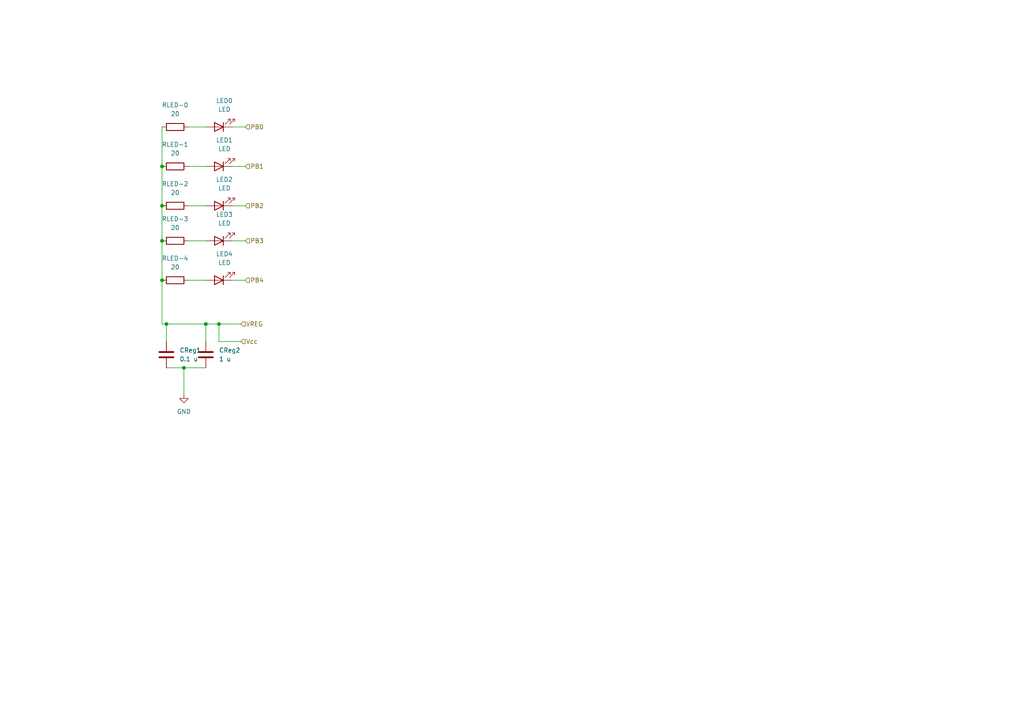
<source format=kicad_sch>
(kicad_sch (version 20231120) (generator "eeschema") (generator_version "8.0")
  (paper "A4")
  (lib_symbols
    (symbol "Device:C" (pin_numbers hide) (pin_names (offset 0.254))
      (property "Reference" "C" (at 0.635 2.54 0))
      (property "Value" "C" (at 0.635 -2.54 0))
      (symbol "C_0_1"
        (polyline (pts (xy -2.032 -0.762) (xy 2.032 -0.762)) (stroke (width 0.508)))
        (polyline (pts (xy -2.032 0.762) (xy 2.032 0.762)) (stroke (width 0.508)))
      )
      (symbol "C_1_1"
        (pin passive line (at 0 3.81 270) (length 2.794) (name "~") (number "1"))
        (pin passive line (at 0 -3.81 90) (length 2.794) (name "~") (number "2"))
      )
    )
    (symbol "Device:LED" (pin_numbers hide) (pin_names (offset 1.016) hide)
      (property "Reference" "D" (at 0 2.54 0))
      (property "Value" "LED" (at 0 -2.54 0))
      (symbol "LED_0_1"
        (polyline (pts (xy -1.27 -1.27) (xy -1.27 1.27)) (stroke (width 0.254)))
        (polyline (pts (xy -1.27 0) (xy 1.27 0)))
        (polyline (pts (xy 1.27 -1.27) (xy 1.27 1.27) (xy -1.27 0) (xy 1.27 -1.27)) (stroke (width 0.254)))
        (polyline (pts (xy -3.048 -0.762) (xy -4.572 -2.286) (xy -3.81 -2.286) (xy -4.572 -2.286) (xy -4.572 -1.524)))
        (polyline (pts (xy -1.778 -0.762) (xy -3.302 -2.286) (xy -2.54 -2.286) (xy -3.302 -2.286) (xy -3.302 -1.524)))
      )
      (symbol "LED_1_1"
        (pin passive line (at -3.81 0 0) (length 2.54) (name "K") (number "1"))
        (pin passive line (at 3.81 0 180) (length 2.54) (name "A") (number "2"))
      )
    )
    (symbol "Device:R" (pin_numbers hide) (pin_names (offset 0))
      (property "Reference" "R" (at 2.032 0 90))
      (property "Value" "R" (at 0 0 90))
      (symbol "R_0_1"
        (rectangle (start -1.016 -2.54) (end 1.016 2.54) (stroke (width 0.254)))
      )
      (symbol "R_1_1"
        (pin passive line (at 0 3.81 270) (length 1.27) (name "~") (number "1"))
        (pin passive line (at 0 -3.81 90) (length 1.27) (name "~") (number "2"))
      )
    )
    (symbol "power:GND" (power) (pin_names (offset 0))
      (property "Value" "GND" (at 0 -3.81 0))
      (symbol "GND_0_1"
        (polyline (pts (xy 0 0) (xy 0 -1.27) (xy 1.27 -1.27) (xy 0 -2.54) (xy -1.27 -1.27) (xy 0 -1.27)))
      )
      (symbol "GND_1_1"
        (pin power_in line (at 0 0 270) (length 0) hide (name "GND") (number "1"))
      )
    )
  )
  (junction (at 46.99 81.28))
  (junction (at 53.34 106.68))
  (junction (at 48.26 93.98))
  (junction (at 46.99 48.26))
  (junction (at 46.99 69.85))
  (junction (at 59.69 93.98))
  (junction (at 63.5 93.98))
  (junction (at 46.99 59.69))
  (wire (pts (xy 54.61 59.69) (xy 59.69 59.69)))
  (wire (pts (xy 63.5 99.06) (xy 63.5 93.98)))
  (wire (pts (xy 59.69 93.98) (xy 48.26 93.98)))
  (wire (pts (xy 69.85 93.98) (xy 63.5 93.98)))
  (wire (pts (xy 54.61 69.85) (xy 59.69 69.85)))
  (wire (pts (xy 48.26 93.98) (xy 48.26 99.06)))
  (wire (pts (xy 59.69 93.98) (xy 59.69 99.06)))
  (wire (pts (xy 69.85 99.06) (xy 63.5 99.06)))
  (wire (pts (xy 53.34 106.68) (xy 59.69 106.68)))
  (wire (pts (xy 54.61 36.83) (xy 59.69 36.83)))
  (wire (pts (xy 46.99 59.69) (xy 46.99 48.26)))
  (wire (pts (xy 46.99 48.26) (xy 46.99 36.83)))
  (wire (pts (xy 67.31 36.83) (xy 71.12 36.83)))
  (wire (pts (xy 46.99 69.85) (xy 46.99 59.69)))
  (wire (pts (xy 63.5 93.98) (xy 59.69 93.98)))
  (wire (pts (xy 67.31 48.26) (xy 71.12 48.26)))
  (wire (pts (xy 48.26 93.98) (xy 46.99 93.98)))
  (wire (pts (xy 53.34 106.68) (xy 53.34 114.3)))
  (wire (pts (xy 67.31 81.28) (xy 71.12 81.28)))
  (wire (pts (xy 48.26 106.68) (xy 53.34 106.68)))
  (wire (pts (xy 54.61 48.26) (xy 59.69 48.26)))
  (wire (pts (xy 67.31 69.85) (xy 71.12 69.85)))
  (wire (pts (xy 46.99 93.98) (xy 46.99 81.28)))
  (wire (pts (xy 54.61 81.28) (xy 59.69 81.28)))
  (wire (pts (xy 46.99 81.28) (xy 46.99 69.85)))
  (wire (pts (xy 67.31 59.69) (xy 71.12 59.69)))
  (hierarchical_label "PB0" (shape input) (at 71.12 36.83 0))
  (hierarchical_label "PB4" (shape input) (at 71.12 81.28 0))
  (hierarchical_label "VREG" (shape input) (at 69.85 93.98 0))
  (hierarchical_label "PB1" (shape input) (at 71.12 48.26 0))
  (hierarchical_label "Vcc" (shape input) (at 69.85 99.06 0))
  (hierarchical_label "PB3" (shape input) (at 71.12 69.85 0))
  (hierarchical_label "PB2" (shape input) (at 71.12 59.69 0))
  (symbol (lib_id "Device:R") (at 50.8 69.85 90) (unit 1)
    (property "Reference" "RLED-3" (at 50.8 63.5 90))
    (property "Value" "20" (at 50.8 66.04 90))
    (property "Description" "Resistor" (effects (hide yes)))
  )
  (symbol (lib_id "Device:LED") (at 63.5 59.69 180) (unit 1)
    (property "Reference" "LED2" (at 65.0875 52.07 0))
    (property "Value" "LED" (at 65.0875 54.61 0))
    (property "Description" "Light emitting diode" (effects (hide yes)))
  )
  (symbol (lib_id "Device:R") (at 50.8 36.83 90) (unit 1)
    (property "Reference" "RLED-0" (at 50.8 30.48 90))
    (property "Value" "20" (at 50.8 33.02 90))
    (property "Description" "Resistor" (effects (hide yes)))
  )
  (symbol (lib_id "Device:R") (at 50.8 59.69 90) (unit 1)
    (property "Reference" "RLED-2" (at 50.8 53.34 90))
    (property "Value" "20" (at 50.8 55.88 90))
    (property "Description" "Resistor" (effects (hide yes)))
  )
  (symbol (lib_id "Device:R") (at 50.8 81.28 90) (unit 1)
    (property "Reference" "RLED-4" (at 50.8 74.93 90))
    (property "Value" "20" (at 50.8 77.47 90))
    (property "Description" "Resistor" (effects (hide yes)))
  )
  (symbol (lib_id "Device:LED") (at 63.5 36.83 180) (unit 1)
    (property "Reference" "LED0" (at 65.0875 29.21 0))
    (property "Value" "LED" (at 65.0875 31.75 0))
    (property "Description" "Light emitting diode" (effects (hide yes)))
  )
  (symbol (lib_id "Device:C") (at 48.26 102.87 0) (unit 1)
    (property "Reference" "CReg1" (at 52.07 101.5999 0) (effects (justify left)))
    (property "Value" "0.1 u" (at 52.07 104.1399 0) (effects (justify left)))
    (property "Description" "Unpolarized capacitor" (effects (hide yes)))
  )
  (symbol (lib_id "Device:C") (at 59.69 102.87 0) (unit 1)
    (property "Reference" "CReg2" (at 63.5 101.5999 0) (effects (justify left)))
    (property "Value" "1 u" (at 63.5 104.1399 0) (effects (justify left)))
    (property "Description" "Unpolarized capacitor" (effects (hide yes)))
  )
  (symbol (lib_id "Device:R") (at 50.8 48.26 90) (unit 1)
    (property "Reference" "RLED-1" (at 50.8 41.91 90))
    (property "Value" "20" (at 50.8 44.45 90))
    (property "Description" "Resistor" (effects (hide yes)))
  )
  (symbol (lib_id "Device:LED") (at 63.5 69.85 180) (unit 1)
    (property "Reference" "LED3" (at 65.0875 62.23 0))
    (property "Value" "LED" (at 65.0875 64.77 0))
    (property "Description" "Light emitting diode" (effects (hide yes)))
  )
  (symbol (lib_id "Device:LED") (at 63.5 48.26 180) (unit 1)
    (property "Reference" "LED1" (at 65.0875 40.64 0))
    (property "Value" "LED" (at 65.0875 43.18 0))
    (property "Description" "Light emitting diode" (effects (hide yes)))
  )
  (symbol (lib_id "Device:LED") (at 63.5 81.28 180) (unit 1)
    (property "Reference" "LED4" (at 65.0875 73.66 0))
    (property "Value" "LED" (at 65.0875 76.2 0))
    (property "Description" "Light emitting diode" (effects (hide yes)))
  )
  (symbol (lib_id "power:GND") (at 53.34 114.3 0) (unit 1)
    (property "Reference" "#PWR04" (effects (hide yes)))
    (property "Value" "GND" (at 53.34 119.38 0))
    (property "Description" "Power symbol creates a global label with name \"GND\" , ground" (effects (hide yes)))
  )
)
</source>
